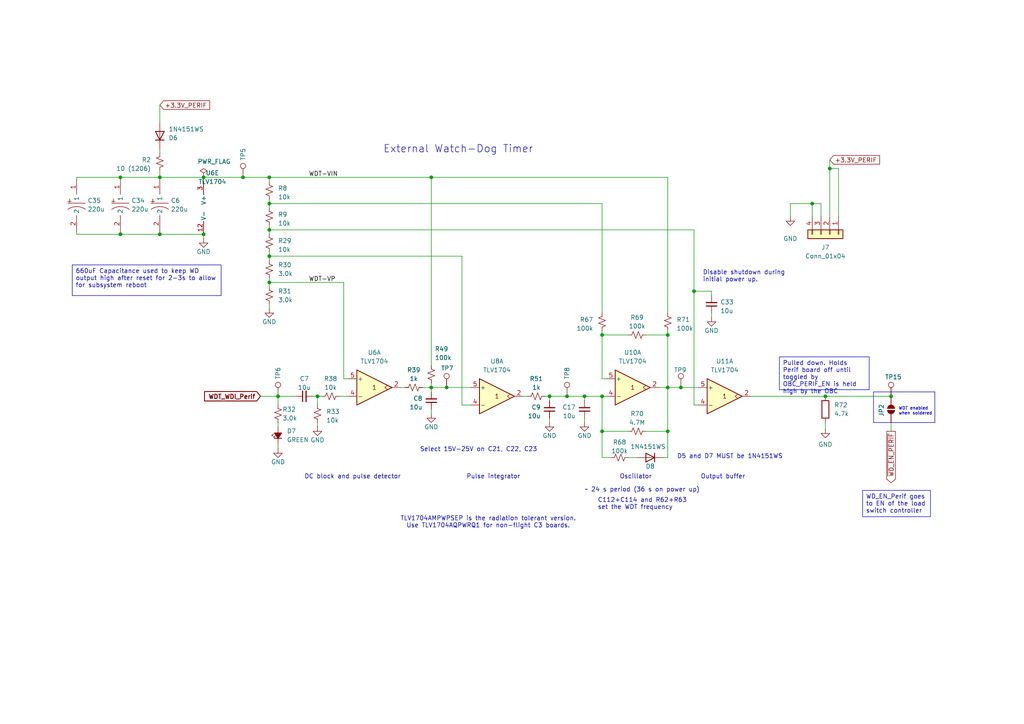
<source format=kicad_sch>
(kicad_sch (version 20250114) (generator "eeschema") (generator_version "9.0")
  (paper "A4")
  (lib_symbols
    (symbol "Connector:TestPoint" (pin_numbers (hide yes)) (pin_names (offset 0.762) (hide yes))
      (property "Reference" "TP" (at 0 6.858 0))
      (property "Value" "TestPoint" (at 0 5.08 0))
      (symbol "TestPoint_0_1"
        (circle (center 0 3.302) (radius 0.762))
      )
      (symbol "TestPoint_1_1"
        (pin passive line (at 0 0 90) (length 2.54) (name "1") (number "1"))
      )
    )
    (symbol "Connector_Generic:Conn_01x04" (pin_names (offset 1.016) (hide yes))
      (property "Reference" "J" (at 0 5.08 0))
      (property "Value" "Conn_01x04" (at 0 -7.62 0))
      (symbol "Conn_01x04_1_1"
        (rectangle (start -1.27 3.81) (end 1.27 -6.35) (stroke (width 0.254)) (fill (type background)))
        (rectangle (start -1.27 2.667) (end 0 2.413) (stroke (width 0.1524)))
        (rectangle (start -1.27 0.127) (end 0 -0.127) (stroke (width 0.1524)))
        (rectangle (start -1.27 -2.413) (end 0 -2.667) (stroke (width 0.1524)))
        (rectangle (start -1.27 -4.953) (end 0 -5.207) (stroke (width 0.1524)))
        (pin passive line (at -5.08 2.54 0) (length 3.81) (name "Pin_1") (number "1"))
        (pin passive line (at -5.08 0 0) (length 3.81) (name "Pin_2") (number "2"))
        (pin passive line (at -5.08 -2.54 0) (length 3.81) (name "Pin_3") (number "3"))
        (pin passive line (at -5.08 -5.08 0) (length 3.81) (name "Pin_4") (number "4"))
      )
    )
    (symbol "Device:C_Small" (pin_numbers (hide yes)) (pin_names (offset 0.254) (hide yes))
      (property "Reference" "C" (at 0.254 1.778 0))
      (property "Value" "C_Small" (at 0.254 -2.032 0))
      (symbol "C_Small_0_1"
        (polyline (pts (xy -1.524 0.508) (xy 1.524 0.508)) (stroke (width 0.3048)))
        (polyline (pts (xy -1.524 -0.508) (xy 1.524 -0.508)) (stroke (width 0.3302)))
      )
      (symbol "C_Small_1_1"
        (pin passive line (at 0 2.54 270) (length 2.032) (name "~") (number "1"))
        (pin passive line (at 0 -2.54 90) (length 2.032) (name "~") (number "2"))
      )
    )
    (symbol "Device:LED_Small_Filled" (pin_numbers (hide yes)) (pin_names (offset 0.254) (hide yes))
      (property "Reference" "D" (at -1.27 3.175 0))
      (property "Value" "LED_Small_Filled" (at -4.445 -2.54 0))
      (symbol "LED_Small_Filled_0_1"
        (polyline (pts (xy -0.762 -1.016) (xy -0.762 1.016)) (stroke (width 0.254)))
        (polyline (pts (xy 0 0.762) (xy -0.508 1.27) (xy -0.254 1.27) (xy -0.508 1.27) (xy -0.508 1.016)))
        (polyline (pts (xy 0.508 1.27) (xy 0 1.778) (xy 0.254 1.778) (xy 0 1.778) (xy 0 1.524)))
        (polyline (pts (xy 0.762 -1.016) (xy -0.762 0) (xy 0.762 1.016) (xy 0.762 -1.016)) (stroke (width 0.254)) (fill (type outline)))
        (polyline (pts (xy 1.016 0) (xy -0.762 0)))
      )
      (symbol "LED_Small_Filled_1_1"
        (pin passive line (at -2.54 0 0) (length 1.778) (name "K") (number "1"))
        (pin passive line (at 2.54 0 180) (length 1.778) (name "A") (number "2"))
      )
    )
    (symbol "Device:R" (pin_numbers (hide yes)) (pin_names (offset 0))
      (property "Reference" "R" (at 2.032 0 90))
      (property "Value" "R" (at 0 0 90))
      (symbol "R_0_1"
        (rectangle (start -1.016 -2.54) (end 1.016 2.54) (stroke (width 0.254)))
      )
      (symbol "R_1_1"
        (pin passive line (at 0 3.81 270) (length 1.27) (name "~") (number "1"))
        (pin passive line (at 0 -3.81 90) (length 1.27) (name "~") (number "2"))
      )
    )
    (symbol "Device:R_Small_US" (pin_numbers (hide yes)) (pin_names (offset 0.254) (hide yes))
      (property "Reference" "R" (at 0.762 0.508 0))
      (property "Value" "R_Small_US" (at 0.762 -1.016 0))
      (symbol "R_Small_US_1_1"
        (polyline (pts (xy 0 1.524) (xy 1.016 1.143) (xy 0 0.762) (xy -1.016 0.381) (xy 0 0)))
        (polyline (pts (xy 0 0) (xy 1.016 -0.381) (xy 0 -0.762) (xy -1.016 -1.143) (xy 0 -1.524)))
        (pin passive line (at 0 2.54 270) (length 1.016) (name "~") (number "1"))
        (pin passive line (at 0 -2.54 90) (length 1.016) (name "~") (number "2"))
      )
    )
    (symbol "EPS:1N4151WS" (pin_numbers (hide yes)) (pin_names (offset 1.016) (hide yes))
      (property "Reference" "D" (at 0 2.54 0))
      (property "Value" "1N4151WS" (at 0 -2.54 0))
      (symbol "1N4151WS_0_1"
        (polyline (pts (xy -1.27 1.27) (xy -1.27 -1.27)) (stroke (width 0.254)))
        (polyline (pts (xy 1.27 1.27) (xy 1.27 -1.27) (xy -1.27 0) (xy 1.27 1.27)) (stroke (width 0.254)))
        (polyline (pts (xy 1.27 0) (xy -1.27 0)))
      )
      (symbol "1N4151WS_1_1"
        (pin passive line (at -3.81 0 0) (length 2.54) (name "K") (number "1"))
        (pin passive line (at 3.81 0 180) (length 2.54) (name "A") (number "2"))
      )
    )
    (symbol "EPS:CA45-D-10V-220μF-K"
      (property "Reference" "C" (at 0 5.08 0))
      (property "Value" "220u" (at 0 -5.08 0))
      (symbol "CA45-D-10V-220μF-K_0_1"
        (arc (start -1.02 2.54) (mid -0.31 0.81) (end -0.25 0))
        (arc (start -0.25 0) (mid -0.27 -0.53) (end -1.02 -2.54))
        (polyline (pts (xy 0.76 2.54) (xy 0.76 -2.54)))
        (rectangle (start 1.02 2.03) (end 2.03 2.03) (fill (type background)))
        (rectangle (start 1.27 2.54) (end 1.27 1.52) (fill (type background)))
        (pin unspecified line (at -7.62 0 0) (length 4.826) (name "2") (number "2"))
        (pin unspecified line (at 7.62 0 180) (length 4.318) (name "1") (number "1"))
      )
    )
    (symbol "EPS:TLV1704AIPWR" (pin_names (offset 0.127))
      (property "Reference" "U13" (at 0 10.16 0))
      (property "Value" "TLV1704" (at 0 7.62 0))
      (symbol "TLV1704AIPWR_1_1"
        (polyline (pts (xy -5.08 5.08) (xy 5.08 0) (xy -5.08 -5.08) (xy -5.08 5.08)) (stroke (width 0.254)) (fill (type background)))
        (polyline (pts (xy 3.048 0) (xy 3.81 -0.635)))
        (polyline (pts (xy 3.81 0.635) (xy 3.048 0)))
        (text "1" (at 0 0 0) (effects (font (size 1.27 1.27))))
        (pin input line (at -7.62 2.54 0) (length 2.54) (name "+") (number "5"))
        (pin input line (at -7.62 -2.54 0) (length 2.54) (name "-") (number "4"))
        (pin open_collector line (at 7.62 0 180) (length 2.54) (name "~") (number "2"))
      )
      (symbol "TLV1704AIPWR_2_1"
        (polyline (pts (xy -5.08 5.08) (xy 5.08 0) (xy -5.08 -5.08) (xy -5.08 5.08)) (stroke (width 0.254)) (fill (type background)))
        (polyline (pts (xy 3.048 0) (xy 3.81 -0.635)))
        (polyline (pts (xy 3.81 0.635) (xy 3.048 0)))
        (text "2" (at 0 0 0) (effects (font (size 1.27 1.27))))
        (pin input line (at -7.62 2.54 0) (length 2.54) (name "+") (number "7"))
        (pin input line (at -7.62 -2.54 0) (length 2.54) (name "-") (number "6"))
        (pin open_collector line (at 7.62 0 180) (length 2.54) (name "~") (number "1"))
      )
      (symbol "TLV1704AIPWR_3_1"
        (polyline (pts (xy -5.08 5.08) (xy 5.08 0) (xy -5.08 -5.08) (xy -5.08 5.08)) (stroke (width 0.254)) (fill (type background)))
        (polyline (pts (xy 3.048 0) (xy 3.81 -0.635)))
        (polyline (pts (xy 3.81 0.635) (xy 3.048 0)))
        (text "3" (at 0 0 0) (effects (font (size 1.27 1.27))))
        (pin input line (at -7.62 2.54 0) (length 2.54) (name "+") (number "9"))
        (pin input line (at -7.62 -2.54 0) (length 2.54) (name "-") (number "8"))
        (pin open_collector line (at 7.62 0 180) (length 2.54) (name "~") (number "14"))
      )
      (symbol "TLV1704AIPWR_4_1"
        (polyline (pts (xy -5.08 5.08) (xy 5.08 0) (xy -5.08 -5.08) (xy -5.08 5.08)) (stroke (width 0.254)) (fill (type background)))
        (polyline (pts (xy 3.048 0) (xy 3.81 -0.635)))
        (polyline (pts (xy 3.81 0.635) (xy 3.048 0)))
        (text "4" (at 0 0 0) (effects (font (size 1.27 1.27))))
        (pin input line (at -7.62 2.54 0) (length 2.54) (name "+") (number "11"))
        (pin input line (at -7.62 -2.54 0) (length 2.54) (name "-") (number "10"))
        (pin open_collector line (at 7.62 0 180) (length 2.54) (name "~") (number "13"))
      )
      (symbol "TLV1704AIPWR_5_1"
        (pin power_in line (at -2.54 7.62 270) (length 3.81) (name "V+") (number "3"))
        (pin power_in line (at -2.54 -7.62 90) (length 3.81) (name "V-") (number "12"))
      )
    )
    (symbol "Jumper:SolderJumper_2_Open" (pin_numbers (hide yes)) (pin_names (offset 0) (hide yes)) (exclude_from_sim yes) (in_bom no)
      (property "Reference" "JP" (at 0 2.032 0))
      (property "Value" "SolderJumper_2_Open" (at 0 -2.54 0))
      (symbol "SolderJumper_2_Open_0_1"
        (polyline (pts (xy -0.254 1.016) (xy -0.254 -1.016)))
        (arc (start -0.254 -1.016) (mid -1.2656 0) (end -0.254 1.016))
        (arc (start -0.254 -1.016) (mid -1.2656 0) (end -0.254 1.016) (fill (type outline)))
        (arc (start 0.254 1.016) (mid 1.2656 0) (end 0.254 -1.016))
        (arc (start 0.254 1.016) (mid 1.2656 0) (end 0.254 -1.016) (fill (type outline)))
        (polyline (pts (xy 0.254 1.016) (xy 0.254 -1.016)))
      )
      (symbol "SolderJumper_2_Open_1_1"
        (pin passive line (at -3.81 0 0) (length 2.54) (name "A") (number "1"))
        (pin passive line (at 3.81 0 180) (length 2.54) (name "B") (number "2"))
      )
    )
    (symbol "power:GND" (power) (pin_numbers (hide yes)) (pin_names (offset 0) (hide yes))
      (property "Value" "GND" (at 0 -3.81 0))
      (symbol "GND_0_1"
        (polyline (pts (xy 0 0) (xy 0 -1.27) (xy 1.27 -1.27) (xy 0 -2.54) (xy -1.27 -1.27) (xy 0 -1.27)))
      )
      (symbol "GND_1_1"
        (pin power_in line (at 0 0 270) (length 0) (name "~") (number "1"))
      )
    )
    (symbol "power:PWR_FLAG" (power) (pin_numbers (hide yes)) (pin_names (offset 0) (hide yes))
      (property "Value" "PWR_FLAG" (at 0 3.81 0))
      (symbol "PWR_FLAG_0_0"
        (pin power_out line (at 0 0 90) (length 0) (name "~") (number "1"))
      )
      (symbol "PWR_FLAG_0_1"
        (polyline (pts (xy 0 0) (xy 0 1.27) (xy -1.016 1.905) (xy 0 2.54) (xy 1.016 1.905) (xy 0 1.27)))
      )
    )
  )
  (text "External Watch-Dog Timer" (at 111.125 44.577 0) (effects (font (size 2.159 2.159)) (justify left bottom)))
  (text "Output buffer" (at 203.2 139.065 0) (effects (font (size 1.27 1.27)) (justify left bottom)))
  (text "TLV1704AMPWPSEP is the radiation tolerant version.\nUse TLV1704AQPWRQ1 for non-flight C3 boards." (at 141.605 151.511 0) (effects (font (size 1.27 1.27))))
  (text "~ 24 s period (36 s on power up)" (at 169.545 142.875 0) (effects (font (size 1.27 1.27)) (justify left bottom)))
  (text "Disable shutdown during\ninitial power up." (at 203.835 81.915 0) (effects (font (size 1.27 1.27)) (justify left bottom)))
  (text "DC block and pulse detector" (at 88.265 139.065 0) (effects (font (size 1.27 1.27)) (justify left bottom)))
  (text "WDT enabled\nwhen soldered" (at 260.604 120.523 0) (effects (font (size 0.889 0.889)) (justify left bottom)))
  (text "D5 and D7 MUST be 1N4151WS" (at 211.709 132.461 0) (effects (font (size 1.27 1.27))))
  (text "Pulse integrator" (at 135.255 139.065 0) (effects (font (size 1.27 1.27)) (justify left bottom)))
  (text "Oscillator" (at 179.705 139.065 0) (effects (font (size 1.27 1.27)) (justify left bottom)))
  (text "C112+C114 and R62+R63 \nset the WDT frequency" (at 173.355 147.955 0) (effects (font (size 1.27 1.27)) (justify left bottom)))
  (text "Select 15V-25V on C21, C22, C23" (at 138.811 130.429 0) (effects (font (size 1.27 1.27))))
  (text_box "WD_EN_Perif goes to EN of the load switch controller" (at 250.19 142.24 0) (size 19.685 7.62) (margins 0.9525 0.9525 0.9525 0.9525) (effects (font (size 1.27 1.27)) (justify left top)))
  (text_box "660uF Capacitance used to keep WD output high after reset for 2-3s to allow for subsystem reboot" (at 20.955 76.835 0) (size 43.18 8.89) (margins 0.9525 0.9525 0.9525 0.9525) (effects (font (size 1.27 1.27)) (justify left top)))
  (text_box "Pulled down. Holds Perif board off until toggled by OBC_PERIF_EN is held high by the OBC" (at 226.06 103.505 0) (size 26.035 9.525) (margins 0.9525 0.9525 0.9525 0.9525) (effects (font (size 1.27 1.27)) (justify left top)))
  (junction (at 78.105 66.675))
  (junction (at 201.295 84.455))
  (junction (at 174.625 114.935))
  (junction (at 240.665 48.895))
  (junction (at 159.385 114.935))
  (junction (at 125.095 112.395))
  (junction (at 125.095 51.435))
  (junction (at 78.105 59.055))
  (junction (at 34.925 51.435))
  (junction (at 78.105 81.915))
  (junction (at 174.625 97.155))
  (junction (at 174.625 125.095))
  (junction (at 59.055 51.435))
  (junction (at 92.075 114.935))
  (junction (at 78.105 74.295))
  (junction (at 193.675 112.395))
  (junction (at 193.675 97.155))
  (junction (at 70.485 51.435))
  (junction (at 239.395 114.935))
  (junction (at 169.545 114.935))
  (junction (at 164.465 114.935))
  (junction (at 197.485 112.395))
  (junction (at 193.675 125.095))
  (junction (at 34.925 67.945))
  (junction (at 235.585 59.055))
  (junction (at 258.445 114.935))
  (junction (at 129.54 112.395))
  (junction (at 46.355 51.435))
  (junction (at 78.105 51.435))
  (junction (at 80.645 114.935))
  (junction (at 59.055 67.945))
  (junction (at 46.355 67.945))
  (wire (pts (xy 125.095 112.395) (xy 125.095 111.125)))
  (wire (pts (xy 34.925 51.435) (xy 46.355 51.435)))
  (wire (pts (xy 243.205 48.895) (xy 243.205 62.865)))
  (wire (pts (xy 98.425 114.935) (xy 100.965 114.935)))
  (wire (pts (xy 78.105 80.645) (xy 78.105 81.915)))
  (wire (pts (xy 193.675 97.155) (xy 193.675 112.395)))
  (wire (pts (xy 92.075 122.555) (xy 92.075 123.825)))
  (wire (pts (xy 159.385 122.555) (xy 159.385 121.285)))
  (wire (pts (xy 182.245 125.095) (xy 174.625 125.095)))
  (wire (pts (xy 229.235 59.055) (xy 229.235 62.865)))
  (wire (pts (xy 34.925 67.945) (xy 46.355 67.945)))
  (wire (pts (xy 125.095 120.015) (xy 125.095 118.745)))
  (wire (pts (xy 59.055 52.705) (xy 59.055 51.435)))
  (wire (pts (xy 133.985 117.475) (xy 136.525 117.475)))
  (polyline (pts (xy 271.145 122.555) (xy 253.365 122.555)))
  (wire (pts (xy 78.105 66.675) (xy 78.105 67.945)))
  (wire (pts (xy 90.805 114.935) (xy 92.075 114.935)))
  (polyline (pts (xy 253.365 113.665) (xy 271.145 113.665)))
  (wire (pts (xy 78.105 52.705) (xy 78.105 51.435)))
  (wire (pts (xy 46.355 30.48) (xy 46.355 35.56)))
  (wire (pts (xy 46.355 43.18) (xy 46.355 44.45)))
  (wire (pts (xy 193.675 125.095) (xy 193.675 112.395)))
  (wire (pts (xy 125.095 112.395) (xy 125.095 113.665)))
  (wire (pts (xy 125.095 112.395) (xy 129.54 112.395)))
  (wire (pts (xy 158.115 114.935) (xy 159.385 114.935)))
  (wire (pts (xy 193.675 95.885) (xy 193.675 97.155)))
  (wire (pts (xy 174.625 114.935) (xy 175.895 114.935)))
  (wire (pts (xy 78.105 74.295) (xy 78.105 75.565)))
  (wire (pts (xy 192.405 132.715) (xy 193.675 132.715)))
  (wire (pts (xy 164.465 114.935) (xy 169.545 114.935)))
  (wire (pts (xy 174.625 97.155) (xy 182.245 97.155)))
  (wire (pts (xy 116.205 112.395) (xy 117.475 112.395)))
  (wire (pts (xy 238.125 59.055) (xy 238.125 62.865)))
  (wire (pts (xy 133.985 74.295) (xy 133.985 117.475)))
  (wire (pts (xy 169.545 114.935) (xy 174.625 114.935)))
  (wire (pts (xy 197.485 112.395) (xy 202.565 112.395)))
  (wire (pts (xy 235.585 59.055) (xy 238.125 59.055)))
  (wire (pts (xy 78.105 66.675) (xy 201.295 66.675)))
  (wire (pts (xy 151.765 114.935) (xy 153.035 114.935)))
  (wire (pts (xy 201.295 84.455) (xy 206.375 84.455)))
  (wire (pts (xy 22.225 67.945) (xy 34.925 67.945)))
  (wire (pts (xy 99.695 109.855) (xy 100.965 109.855)))
  (wire (pts (xy 182.245 132.715) (xy 184.785 132.715)))
  (wire (pts (xy 169.545 122.555) (xy 169.545 121.285)))
  (wire (pts (xy 169.545 116.205) (xy 169.545 114.935)))
  (wire (pts (xy 46.355 51.435) (xy 59.055 51.435)))
  (wire (pts (xy 187.325 97.155) (xy 193.675 97.155)))
  (wire (pts (xy 159.385 114.935) (xy 159.385 116.205)))
  (polyline (pts (xy 253.365 122.555) (xy 253.365 113.665)))
  (wire (pts (xy 78.105 74.295) (xy 133.985 74.295)))
  (wire (pts (xy 46.355 49.53) (xy 46.355 51.435)))
  (wire (pts (xy 80.645 130.175) (xy 80.645 128.905)))
  (wire (pts (xy 125.095 51.435) (xy 78.105 51.435)))
  (wire (pts (xy 239.395 122.555) (xy 239.395 124.46)))
  (wire (pts (xy 46.355 67.945) (xy 59.055 67.945)))
  (wire (pts (xy 206.375 92.075) (xy 206.375 90.805)))
  (wire (pts (xy 129.54 112.395) (xy 136.525 112.395)))
  (wire (pts (xy 193.675 112.395) (xy 197.485 112.395)))
  (wire (pts (xy 78.105 59.055) (xy 78.105 60.325)))
  (wire (pts (xy 80.645 122.555) (xy 80.645 123.825)))
  (wire (pts (xy 125.095 51.435) (xy 125.095 106.045)))
  (wire (pts (xy 59.055 51.435) (xy 70.485 51.435)))
  (wire (pts (xy 235.585 59.055) (xy 229.235 59.055)))
  (wire (pts (xy 201.295 117.475) (xy 202.565 117.475)))
  (wire (pts (xy 240.665 48.895) (xy 243.205 48.895)))
  (wire (pts (xy 191.135 112.395) (xy 193.675 112.395)))
  (wire (pts (xy 122.555 112.395) (xy 125.095 112.395)))
  (wire (pts (xy 99.695 81.915) (xy 99.695 109.855)))
  (wire (pts (xy 78.105 59.055) (xy 174.625 59.055)))
  (wire (pts (xy 174.625 132.715) (xy 177.165 132.715)))
  (wire (pts (xy 201.295 84.455) (xy 201.295 117.475)))
  (wire (pts (xy 239.395 114.935) (xy 258.445 114.935)))
  (wire (pts (xy 206.375 85.725) (xy 206.375 84.455)))
  (wire (pts (xy 46.355 51.435) (xy 46.355 52.07)))
  (wire (pts (xy 174.625 90.805) (xy 174.625 59.055)))
  (wire (pts (xy 92.075 114.935) (xy 93.345 114.935)))
  (wire (pts (xy 59.055 69.215) (xy 59.055 67.945)))
  (wire (pts (xy 46.355 67.31) (xy 46.355 67.945)))
  (wire (pts (xy 240.665 62.865) (xy 240.665 48.895)))
  (wire (pts (xy 174.625 125.095) (xy 174.625 114.935)))
  (wire (pts (xy 78.105 57.785) (xy 78.105 59.055)))
  (wire (pts (xy 193.675 132.715) (xy 193.675 125.095)))
  (wire (pts (xy 78.105 81.915) (xy 78.105 83.185)))
  (wire (pts (xy 193.675 90.805) (xy 193.675 51.435)))
  (wire (pts (xy 34.925 51.435) (xy 34.925 52.07)))
  (wire (pts (xy 78.105 81.915) (xy 99.695 81.915)))
  (wire (pts (xy 92.075 114.935) (xy 92.075 117.475)))
  (wire (pts (xy 22.225 67.31) (xy 22.225 67.945)))
  (wire (pts (xy 174.625 109.855) (xy 174.625 97.155)))
  (wire (pts (xy 80.645 114.935) (xy 85.725 114.935)))
  (wire (pts (xy 70.485 51.435) (xy 78.105 51.435)))
  (wire (pts (xy 175.895 109.855) (xy 174.625 109.855)))
  (wire (pts (xy 22.225 51.435) (xy 22.225 52.07)))
  (wire (pts (xy 78.105 88.265) (xy 78.105 89.535)))
  (wire (pts (xy 75.565 114.935) (xy 80.645 114.935)))
  (wire (pts (xy 78.105 73.025) (xy 78.105 74.295)))
  (wire (pts (xy 80.645 117.475) (xy 80.645 114.935)))
  (wire (pts (xy 201.295 66.675) (xy 201.295 84.455)))
  (wire (pts (xy 125.095 51.435) (xy 193.675 51.435)))
  (wire (pts (xy 217.805 114.935) (xy 239.395 114.935)))
  (wire (pts (xy 159.385 114.935) (xy 164.465 114.935)))
  (wire (pts (xy 187.325 125.095) (xy 193.675 125.095)))
  (wire (pts (xy 235.585 62.865) (xy 235.585 59.055)))
  (wire (pts (xy 174.625 95.885) (xy 174.625 97.155)))
  (wire (pts (xy 258.445 122.555) (xy 258.445 125.095)))
  (polyline (pts (xy 271.145 113.665) (xy 271.145 122.555)))
  (wire (pts (xy 34.925 67.31) (xy 34.925 67.945)))
  (wire (pts (xy 22.225 51.435) (xy 34.925 51.435)))
  (wire (pts (xy 240.665 48.895) (xy 240.665 46.355)))
  (wire (pts (xy 174.625 132.715) (xy 174.625 125.095)))
  (wire (pts (xy 78.105 65.405) (xy 78.105 66.675)))
  (label "WDT-VIN" (at 89.535 51.435 0))
  (label "WDT-VP" (at 89.535 81.915 0))
  (global_label "+3.3V_PERIF" (shape input) (at 46.355 30.48 0) (property "Intersheetrefs" "${INTERSHEET_REFS}" (effects (hide yes))))
  (global_label "WDT_WDI_Perif" (shape input) (at 75.565 114.935 180) (effects (font (thickness 0.254) (bold yes))) (property "Intersheetrefs" "${INTERSHEET_REFS}" (effects (hide yes))))
  (global_label "+3.3V_PERIF" (shape input) (at 240.665 46.355 0) (property "Intersheetrefs" "${INTERSHEET_REFS}" (effects (hide yes))))
  (global_label "~{WD_EN_PERIF}" (shape output) (at 258.445 125.095 270) (property "Intersheetrefs" "${INTERSHEET_REFS}" (effects (hide yes))))
  (symbol (lib_id "EPS:1N4151WS") (at 188.595 132.715 180) (unit 1)
    (property "Reference" "D8" (at 188.595 135.255 0))
    (property "Value" "1N4151WS" (at 187.96 129.54 0))
    (property "Footprint" "easyeda2kicad:SODFL2512X100N" (effects (hide yes)))
    (property "Datasheet" "https://www.vishay.com/docs/85412/1n4151wsg.pdf" (effects (hide yes)))
    (property "Description" "Diode" (effects (hide yes)))
    (property "DPN" "112-1N4151WS-E3-08CT-ND" (effects (hide yes)))
    (property "DST" "Digi-Key" (effects (hide yes)))
    (property "MFR" "Vishay" (effects (hide yes)))
    (property "MPN" "1N4151WS-E3-08" (effects (hide yes)))
    (property "Sim.Device" "D" (effects (hide yes)))
    (property "Sim.Pins" "1=K 2=A" (effects (hide yes)))
  )
  (symbol (lib_id "power:PWR_FLAG") (at 59.055 51.435 0) (unit 1)
    (property "Reference" "#FLG03" (effects (hide yes)))
    (property "Value" "PWR_FLAG" (at 62.103 46.863 0))
    (property "Description" "Special symbol for telling ERC where power comes from" (effects (hide yes)))
  )
  (symbol (lib_id "Device:R_Small_US") (at 155.575 114.935 90) (unit 1)
    (property "Reference" "R51" (at 155.575 109.855 90))
    (property "Value" "1k" (at 155.575 112.395 90))
    (property "Footprint" "Resistor_SMD:R_0603_1608Metric" (effects (hide yes)))
    (property "Description" "Resistor, small US symbol" (effects (hide yes)))
    (property "DPN" "RMCF0603FT1K00CT-ND" (effects (hide yes)))
    (property "DST" "Digi-Key" (effects (hide yes)))
    (property "MFR" "Stackpole Electronics Inc" (effects (hide yes)))
    (property "MPN" "RMCF0603FT1K00" (effects (hide yes)))
    (property "LCSC" "C13163" (effects (hide yes)))
  )
  (symbol (lib_id "power:GND") (at 169.545 122.555 0) (mirror y) (unit 1)
    (property "Reference" "#PWR016" (effects (hide yes)))
    (property "Value" "GND" (at 169.545 126.365 0))
    (property "Description" "Power symbol creates a global label with name \"GND\" , ground" (effects (hide yes)))
  )
  (symbol (lib_id "EPS:CA45-D-10V-220μF-K") (at 46.355 59.69 90) (unit 1)
    (property "Reference" "C6" (at 49.53 58.1659 90) (effects (justify right)))
    (property "Value" "220u" (at 49.53 60.7059 90) (effects (justify right)))
    (property "Footprint" "EPS:CASE-D_7343" (effects (hide yes)))
    (property "Datasheet" "https://lcsc.com/product-detail/Tantalum-Capacitors_220uF-227-10-10V_C171665.html" (effects (hide yes)))
    (property "Description" "CA45-D-10V-220μF-K" (effects (hide yes)))
    (property "LCSC Part" "C171665" (effects (hide yes)))
  )
  (symbol (lib_id "Device:R_Small_US") (at 80.645 120.015 0) (unit 1)
    (property "Reference" "R32" (at 81.915 118.745 0) (effects (justify left)))
    (property "Value" "3.0k" (at 81.915 121.285 0) (effects (justify left)))
    (property "Footprint" "Resistor_SMD:R_0603_1608Metric" (effects (hide yes)))
    (property "Description" "Resistor, small US symbol" (effects (hide yes)))
    (property "DPN" "RMCF0603FT3K00CT-ND" (effects (hide yes)))
    (property "DST" "Digi-Key" (effects (hide yes)))
    (property "MFR" "Stackpole Electronics Inc" (effects (hide yes)))
    (property "MPN" "RMCF0603FT3K00" (effects (hide yes)))
    (property "LCSC" "C4211" (effects (hide yes)))
  )
  (symbol (lib_id "EPS:CA45-D-10V-220μF-K") (at 34.925 59.69 90) (unit 1)
    (property "Reference" "C34" (at 38.1 58.1659 90) (effects (justify right)))
    (property "Value" "220u" (at 38.1 60.7059 90) (effects (justify right)))
    (property "Footprint" "EPS:CASE-D_7343" (effects (hide yes)))
    (property "Datasheet" "https://lcsc.com/product-detail/Tantalum-Capacitors_220uF-227-10-10V_C171665.html" (effects (hide yes)))
    (property "Description" "CA45-D-10V-220μF-K" (effects (hide yes)))
    (property "LCSC Part" "C171665" (effects (hide yes)))
  )
  (symbol (lib_id "Device:R_Small_US") (at 184.785 97.155 90) (unit 1)
    (property "Reference" "R69" (at 184.785 92.075 90))
    (property "Value" "100k" (at 184.785 94.615 90))
    (property "Footprint" "Resistor_SMD:R_0603_1608Metric" (effects (hide yes)))
    (property "Description" "Resistor, small US symbol" (effects (hide yes)))
    (property "DPN" "RMCF0603FT100KCT-ND" (effects (hide yes)))
    (property "DST" "Digi-Key" (effects (hide yes)))
    (property "MFR" "Stackpole Electronics Inc" (effects (hide yes)))
    (property "MPN" "RMCF0603FT100K" (effects (hide yes)))
    (property "LCSC" "C14675" (effects (hide yes)))
  )
  (symbol (lib_id "Connector_Generic:Conn_01x04") (at 240.665 67.945 270) (unit 1)
    (property "Reference" "J7" (at 239.395 71.755 90))
    (property "Value" "Conn_01x04" (at 239.395 74.295 90))
    (property "Footprint" "Connector_PinSocket_2.54mm:PinSocket_1x04_P2.54mm_Vertical" (effects (hide yes)))
    (property "Description" "Generic connector, single row, 01x04, script generated (kicad-library-utils/schlib/autogen/connector/)" (effects (hide yes)))
  )
  (symbol (lib_id "EPS:TLV1704AIPWR") (at 210.185 114.935 0) (unit 1)
    (property "Reference" "U11" (at 210.185 104.775 0))
    (property "Value" "TLV1704" (at 210.185 107.315 0))
    (property "Footprint" "Package_SO:TSSOP-14_4.4x5mm_P0.65mm" (effects (hide yes)))
    (property "Datasheet" "https://www.ti.com/lit/ds/symlink/tlv1704-sep.pdf" (effects (hide yes)))
    (property "Description" "Analog Comparators 2.2-V to 36-V, radiation tolerant microPower quad comparator in space enhanced plastic 14-TSSOP -55 to 125" (effects (hide yes)))
    (property "MFR" "Texas Instruments" (effects (hide yes)))
    (property "MPN" "TLV1704AQPWRQ1" (effects (hide yes)))
    (property "DST" "Digi-Key" (effects (hide yes)))
    (property "DPN" "296-43799-2-ND" (effects (hide yes)))
    (property "LCSC" "C181596" (effects (hide yes)))
  )
  (symbol (lib_id "Device:R_Small_US") (at 120.015 112.395 90) (unit 1)
    (property "Reference" "R39" (at 120.015 107.315 90))
    (property "Value" "1k" (at 120.015 109.855 90))
    (property "Footprint" "Resistor_SMD:R_0603_1608Metric" (effects (hide yes)))
    (property "Description" "Resistor, small US symbol" (effects (hide yes)))
    (property "DPN" "RMCF0603FT1K00CT-ND" (effects (hide yes)))
    (property "DST" "Digi-Key" (effects (hide yes)))
    (property "MFR" "Stackpole Electronics Inc" (effects (hide yes)))
    (property "MPN" "RMCF0603FT1K00" (effects (hide yes)))
    (property "LCSC" "C13163" (effects (hide yes)))
  )
  (symbol (lib_id "Device:C_Small") (at 206.375 88.265 180) (unit 1)
    (property "Reference" "C33" (at 208.915 87.6236 0) (effects (justify right)))
    (property "Value" "10u" (at 208.915 90.1636 0) (effects (justify right)))
    (property "Footprint" "Capacitor_SMD:C_1210_3225Metric" (effects (hide yes)))
    (property "Description" "Unpolarized capacitor, small symbol" (effects (hide yes)))
    (property "DPN" "490-12317-1-ND" (effects (hide yes)))
    (property "DST" "Digi-Key" (effects (hide yes)))
    (property "MFR" "Murata" (effects (hide yes)))
    (property "MPN" "GRT188R61C106KE13D" (effects (hide yes)))
  )
  (symbol (lib_id "Device:C_Small") (at 159.385 118.745 0) (mirror x) (unit 1)
    (property "Reference" "C9" (at 156.845 118.1036 0) (effects (justify right)))
    (property "Value" "10u" (at 156.845 120.6436 0) (effects (justify right)))
    (property "Footprint" "Capacitor_SMD:C_1210_3225Metric" (effects (hide yes)))
    (property "Description" "Unpolarized capacitor, small symbol" (effects (hide yes)))
    (property "DPN" "490-12317-1-ND" (effects (hide yes)))
    (property "DST" "Digi-Key" (effects (hide yes)))
    (property "MFR" "Murata" (effects (hide yes)))
    (property "MPN" "GRT188R61C106KE13D" (effects (hide yes)))
  )
  (symbol (lib_id "Device:R_Small_US") (at 78.105 62.865 0) (unit 1)
    (property "Reference" "R9" (at 80.645 62.23 0) (effects (justify left)))
    (property "Value" "10k" (at 80.645 64.77 0) (effects (justify left)))
    (property "Footprint" "Resistor_SMD:R_0603_1608Metric" (effects (hide yes)))
    (property "Description" "Resistor, small US symbol" (effects (hide yes)))
    (property "DPN" "RMCF0603FT10K0CT-ND" (effects (hide yes)))
    (property "DST" "Digi-Key" (effects (hide yes)))
    (property "MFR" "Stackpole Electronics Inc" (effects (hide yes)))
    (property "MPN" "RMCF0603FT10K0" (effects (hide yes)))
    (property "LCSC" "C13564" (effects (hide yes)))
  )
  (symbol (lib_id "power:GND") (at 125.095 120.015 0) (unit 1)
    (property "Reference" "#PWR014" (effects (hide yes)))
    (property "Value" "GND" (at 125.095 123.825 0))
    (property "Description" "Power symbol creates a global label with name \"GND\" , ground" (effects (hide yes)))
  )
  (symbol (lib_id "Device:C_Small") (at 169.545 118.745 0) (mirror x) (unit 1)
    (property "Reference" "C17" (at 167.005 118.1036 0) (effects (justify right)))
    (property "Value" "10u" (at 167.005 120.6436 0) (effects (justify right)))
    (property "Footprint" "Capacitor_SMD:C_1210_3225Metric" (effects (hide yes)))
    (property "Description" "Unpolarized capacitor, small symbol" (effects (hide yes)))
    (property "DPN" "490-12317-1-ND" (effects (hide yes)))
    (property "DST" "Digi-Key" (effects (hide yes)))
    (property "MFR" "Murata" (effects (hide yes)))
    (property "MPN" "GRT188R61C106KE13D" (effects (hide yes)))
  )
  (symbol (lib_id "Jumper:SolderJumper_2_Open") (at 258.445 118.745 270) (unit 1)
    (property "Reference" "JP2" (at 255.651 118.999 0))
    (property "Value" "SolderJumper_2_Open" (effects (hide yes)))
    (property "Footprint" "Jumper:SolderJumper-2_P1.3mm_Open_RoundedPad1.0x1.5mm" (effects (hide yes)))
    (property "Description" "Solder Jumper, 2-pole, open" (effects (hide yes)))
  )
  (symbol (lib_id "Device:R_Small_US") (at 193.675 93.345 180) (unit 1)
    (property "Reference" "R71" (at 196.215 92.71 0) (effects (justify right)))
    (property "Value" "100k" (at 196.215 95.25 0) (effects (justify right)))
    (property "Footprint" "Resistor_SMD:R_0603_1608Metric" (effects (hide yes)))
    (property "Description" "Resistor, small US symbol" (effects (hide yes)))
    (property "DPN" "RMCF0603FT100KCT-ND" (effects (hide yes)))
    (property "DST" "Digi-Key" (effects (hide yes)))
    (property "MFR" "Stackpole Electronics Inc" (effects (hide yes)))
    (property "MPN" "RMCF0603FT100K" (effects (hide yes)))
    (property "LCSC" "C14675" (effects (hide yes)))
  )
  (symbol (lib_id "Connector:TestPoint") (at 80.645 114.935 0) (unit 1)
    (property "Reference" "TP6" (at 80.645 110.109 90) (effects (justify left)))
    (property "Value" "TestPoint" (effects (hide yes)))
    (property "Footprint" "TestPoint:TestPoint_Pad_1.0x1.0mm" (effects (hide yes)))
    (property "Description" "test point" (effects (hide yes)))
  )
  (symbol (lib_id "power:GND") (at 239.395 124.46 0) (unit 1)
    (property "Reference" "#PWR019" (effects (hide yes)))
    (property "Value" "GND" (at 239.395 128.905 0))
    (property "Description" "Power symbol creates a global label with name \"GND\" , ground" (effects (hide yes)))
  )
  (symbol (lib_id "power:GND") (at 206.375 92.075 0) (mirror y) (unit 1)
    (property "Reference" "#PWR017" (effects (hide yes)))
    (property "Value" "GND" (at 206.375 95.885 0))
    (property "Description" "Power symbol creates a global label with name \"GND\" , ground" (effects (hide yes)))
  )
  (symbol (lib_id "Device:R_Small_US") (at 92.075 120.015 0) (unit 1)
    (property "Reference" "R33" (at 94.615 119.38 0) (effects (justify left)))
    (property "Value" "10k" (at 94.615 121.92 0) (effects (justify left)))
    (property "Footprint" "Resistor_SMD:R_0603_1608Metric" (effects (hide yes)))
    (property "Description" "Resistor, small US symbol" (effects (hide yes)))
    (property "DPN" "RMCF0603FT10K0CT-ND" (effects (hide yes)))
    (property "DST" "Digi-Key" (effects (hide yes)))
    (property "MFR" "Stackpole Electronics Inc" (effects (hide yes)))
    (property "MPN" "RMCF0603FT10K0" (effects (hide yes)))
    (property "LCSC" "C13564" (effects (hide yes)))
  )
  (symbol (lib_id "Device:R") (at 239.395 118.745 0) (unit 1)
    (property "Reference" "R72" (at 241.935 117.4749 0) (effects (justify left)))
    (property "Value" "4.7k" (at 241.935 120.0149 0) (effects (justify left)))
    (property "Description" "Resistor" (effects (hide yes)))
  )
  (symbol (lib_id "EPS:TLV1704AIPWR") (at 144.145 114.935 0) (unit 1)
    (property "Reference" "U8" (at 144.145 104.775 0))
    (property "Value" "TLV1704" (at 144.145 107.315 0))
    (property "Footprint" "Package_SO:TSSOP-14_4.4x5mm_P0.65mm" (effects (hide yes)))
    (property "Datasheet" "https://www.ti.com/lit/ds/symlink/tlv1704-sep.pdf" (effects (hide yes)))
    (property "Description" "Analog Comparators 2.2-V to 36-V, radiation tolerant microPower quad comparator in space enhanced plastic 14-TSSOP -55 to 125" (effects (hide yes)))
    (property "MFR" "Texas Instruments" (effects (hide yes)))
    (property "MPN" "TLV1704AQPWRQ1" (effects (hide yes)))
    (property "DST" "Digi-Key" (effects (hide yes)))
    (property "DPN" "296-43799-2-ND" (effects (hide yes)))
    (property "LCSC" "C181596" (effects (hide yes)))
  )
  (symbol (lib_id "Connector:TestPoint") (at 129.54 112.395 0) (unit 1)
    (property "Reference" "TP7" (at 127.889 106.807 0) (effects (justify left)))
    (property "Value" "TestPoint" (effects (hide yes)))
    (property "Footprint" "TestPoint:TestPoint_Pad_1.0x1.0mm" (effects (hide yes)))
    (property "Description" "test point" (effects (hide yes)))
  )
  (symbol (lib_id "Device:R_Small_US") (at 95.885 114.935 90) (unit 1)
    (property "Reference" "R38" (at 95.885 109.855 90))
    (property "Value" "10k" (at 95.885 112.395 90))
    (property "Footprint" "Resistor_SMD:R_0603_1608Metric" (effects (hide yes)))
    (property "Description" "Resistor, small US symbol" (effects (hide yes)))
    (property "DPN" "RMCF0603FT10K0CT-ND" (effects (hide yes)))
    (property "DST" "Digi-Key" (effects (hide yes)))
    (property "MFR" "Stackpole Electronics Inc" (effects (hide yes)))
    (property "MPN" "RMCF0603FT10K0" (effects (hide yes)))
    (property "LCSC" "C13564" (effects (hide yes)))
  )
  (symbol (lib_id "power:GND") (at 92.075 123.825 0) (unit 1)
    (property "Reference" "#PWR013" (effects (hide yes)))
    (property "Value" "GND" (at 92.075 127.635 0))
    (property "Description" "Power symbol creates a global label with name \"GND\" , ground" (effects (hide yes)))
  )
  (symbol (lib_id "power:GND") (at 78.105 89.535 0) (unit 1)
    (property "Reference" "#PWR011" (effects (hide yes)))
    (property "Value" "GND" (at 78.105 93.345 0))
    (property "Description" "Power symbol creates a global label with name \"GND\" , ground" (effects (hide yes)))
  )
  (symbol (lib_id "power:GND") (at 229.235 62.865 0) (unit 1)
    (property "Reference" "#PWR018" (effects (hide yes)))
    (property "Value" "GND" (at 229.235 69.215 0))
    (property "Description" "Power symbol creates a global label with name \"GND\" , ground" (effects (hide yes)))
  )
  (symbol (lib_id "Connector:TestPoint") (at 258.445 114.935 0) (unit 1)
    (property "Reference" "TP15" (at 256.667 109.347 0) (effects (justify left)))
    (property "Value" "TestPoint" (effects (hide yes)))
    (property "Footprint" "TestPoint:TestPoint_Pad_1.0x1.0mm" (effects (hide yes)))
    (property "Description" "test point" (effects (hide yes)))
  )
  (symbol (lib_id "Device:C_Small") (at 125.095 116.205 0) (mirror x) (unit 1)
    (property "Reference" "C8" (at 122.555 115.5636 0) (effects (justify right)))
    (property "Value" "10u" (at 122.555 118.1036 0) (effects (justify right)))
    (property "Footprint" "Capacitor_SMD:C_1210_3225Metric" (effects (hide yes)))
    (property "Description" "Unpolarized capacitor, small symbol" (effects (hide yes)))
    (property "DPN" "490-12317-1-ND" (effects (hide yes)))
    (property "DST" "Digi-Key" (effects (hide yes)))
    (property "MFR" "Murata" (effects (hide yes)))
    (property "MPN" "GRT188R61C106KE13D" (effects (hide yes)))
  )
  (symbol (lib_id "Device:R_Small_US") (at 78.105 55.245 0) (unit 1)
    (property "Reference" "R8" (at 80.645 54.61 0) (effects (justify left)))
    (property "Value" "10k" (at 80.645 57.15 0) (effects (justify left)))
    (property "Footprint" "Resistor_SMD:R_0603_1608Metric" (effects (hide yes)))
    (property "Description" "Resistor, small US symbol" (effects (hide yes)))
    (property "DPN" "RMCF0603FT10K0CT-ND" (effects (hide yes)))
    (property "DST" "Digi-Key" (effects (hide yes)))
    (property "MFR" "Stackpole Electronics Inc" (effects (hide yes)))
    (property "MPN" "RMCF0603FT10K0" (effects (hide yes)))
    (property "LCSC" "C13564" (effects (hide yes)))
  )
  (symbol (lib_id "Device:R_Small_US") (at 78.105 70.485 0) (unit 1)
    (property "Reference" "R29" (at 80.645 69.85 0) (effects (justify left)))
    (property "Value" "10k" (at 80.645 72.39 0) (effects (justify left)))
    (property "Footprint" "Resistor_SMD:R_0603_1608Metric" (effects (hide yes)))
    (property "Description" "Resistor, small US symbol" (effects (hide yes)))
    (property "DPN" "RMCF0603FT10K0CT-ND" (effects (hide yes)))
    (property "DST" "Digi-Key" (effects (hide yes)))
    (property "MFR" "Stackpole Electronics Inc" (effects (hide yes)))
    (property "MPN" "RMCF0603FT10K0" (effects (hide yes)))
    (property "LCSC" "C13564" (effects (hide yes)))
  )
  (symbol (lib_id "Connector:TestPoint") (at 164.465 114.935 0) (unit 1)
    (property "Reference" "TP8" (at 164.465 110.109 90) (effects (justify left)))
    (property "Value" "TestPoint" (effects (hide yes)))
    (property "Footprint" "TestPoint:TestPoint_Pad_1.0x1.0mm" (effects (hide yes)))
    (property "Description" "test point" (effects (hide yes)))
  )
  (symbol (lib_id "EPS:TLV1704AIPWR") (at 108.585 112.395 0) (unit 1)
    (property "Reference" "U6" (at 108.585 102.235 0))
    (property "Value" "TLV1704" (at 108.585 104.775 0))
    (property "Footprint" "Package_SO:TSSOP-14_4.4x5mm_P0.65mm" (effects (hide yes)))
    (property "Datasheet" "https://www.ti.com/lit/ds/symlink/tlv1704-sep.pdf" (effects (hide yes)))
    (property "Description" "Analog Comparators 2.2-V to 36-V, radiation tolerant microPower quad comparator in space enhanced plastic 14-TSSOP -55 to 125" (effects (hide yes)))
    (property "MFR" "Texas Instruments" (effects (hide yes)))
    (property "MPN" "TLV1704AQPWRQ1" (effects (hide yes)))
    (property "DST" "Digi-Key" (effects (hide yes)))
    (property "DPN" "296-43799-2-ND" (effects (hide yes)))
    (property "LCSC" "C181596" (effects (hide yes)))
  )
  (symbol (lib_id "Device:R_Small_US") (at 78.105 85.725 0) (unit 1)
    (property "Reference" "R31" (at 80.645 84.455 0) (effects (justify left)))
    (property "Value" "3.0k" (at 80.645 86.995 0) (effects (justify left)))
    (property "Footprint" "Resistor_SMD:R_0603_1608Metric" (effects (hide yes)))
    (property "Description" "Resistor, small US symbol" (effects (hide yes)))
    (property "DPN" "RMCF0603FT3K00CT-ND" (effects (hide yes)))
    (property "DST" "Digi-Key" (effects (hide yes)))
    (property "MFR" "Stackpole Electronics Inc" (effects (hide yes)))
    (property "MPN" "RMCF0603FT3K00" (effects (hide yes)))
    (property "LCSC" "C4211" (effects (hide yes)))
  )
  (symbol (lib_id "Device:R_Small_US") (at 125.095 108.585 0) (unit 1)
    (property "Reference" "R49" (at 126.111 101.219 0) (effects (justify left)))
    (property "Value" "100k" (at 126.111 103.759 0) (effects (justify left)))
    (property "Footprint" "Resistor_SMD:R_0603_1608Metric" (effects (hide yes)))
    (property "Description" "Resistor, small US symbol" (effects (hide yes)))
    (property "DPN" "RMCF0603FT100KCT-ND" (effects (hide yes)))
    (property "DST" "Digi-Key" (effects (hide yes)))
    (property "MFR" "Stackpole Electronics Inc" (effects (hide yes)))
    (property "MPN" "RMCF0603FT100K" (effects (hide yes)))
    (property "LCSC" "C14675" (effects (hide yes)))
  )
  (symbol (lib_id "Device:R_Small_US") (at 174.625 93.345 0) (mirror x) (unit 1)
    (property "Reference" "R67" (at 172.085 92.71 0) (effects (justify right)))
    (property "Value" "100k" (at 172.085 95.25 0) (effects (justify right)))
    (property "Footprint" "Resistor_SMD:R_0603_1608Metric" (effects (hide yes)))
    (property "Description" "Resistor, small US symbol" (effects (hide yes)))
    (property "DPN" "RMCF0603FT100KCT-ND" (effects (hide yes)))
    (property "DST" "Digi-Key" (effects (hide yes)))
    (property "MFR" "Stackpole Electronics Inc" (effects (hide yes)))
    (property "MPN" "RMCF0603FT100K" (effects (hide yes)))
    (property "LCSC" "C14675" (effects (hide yes)))
  )
  (symbol (lib_id "Device:R_Small_US") (at 46.355 46.99 0) (mirror y) (unit 1)
    (property "Reference" "R2" (at 43.815 46.355 0) (effects (justify left)))
    (property "Value" "10 (1206)" (at 43.815 48.895 0) (effects (justify left)))
    (property "Footprint" "Resistor_SMD:R_1206_3216Metric" (effects (hide yes)))
    (property "Description" "Resistor, small US symbol" (effects (hide yes)))
    (property "DPN" "RHM10.0AFCT-ND" (effects (hide yes)))
    (property "DST" "Digi-Key" (effects (hide yes)))
    (property "MFR" "Rohm Semiconductor" (effects (hide yes)))
    (property "MPN" "ESR18EZPF10R0" (effects (hide yes)))
    (property "LCSC" "C17903" (effects (hide yes)))
  )
  (symbol (lib_id "Device:R_Small_US") (at 179.705 132.715 270) (unit 1)
    (property "Reference" "R68" (at 179.705 128.27 90))
    (property "Value" "100k" (at 179.705 130.81 90))
    (property "Footprint" "Resistor_SMD:R_0603_1608Metric" (effects (hide yes)))
    (property "Description" "Resistor, small US symbol" (effects (hide yes)))
    (property "DPN" "RMCF0603FT100KCT-ND" (effects (hide yes)))
    (property "DST" "Digi-Key" (effects (hide yes)))
    (property "MFR" "Stackpole Electronics Inc" (effects (hide yes)))
    (property "MPN" "RMCF0603FT100K" (effects (hide yes)))
    (property "LCSC" "C14675" (effects (hide yes)))
  )
  (symbol (lib_id "EPS:TLV1704AIPWR") (at 61.595 60.325 0) (unit 5)
    (property "Reference" "U6" (at 61.595 50.165 0))
    (property "Value" "TLV1704" (at 61.595 52.705 0))
    (property "Footprint" "Package_SO:TSSOP-14_4.4x5mm_P0.65mm" (effects (hide yes)))
    (property "Datasheet" "https://www.ti.com/lit/ds/symlink/tlv1704-sep.pdf" (effects (hide yes)))
    (property "Description" "Analog Comparators 2.2-V to 36-V, radiation tolerant microPower quad comparator in space enhanced plastic 14-TSSOP -55 to 125" (effects (hide yes)))
    (property "MFR" "Texas Instruments" (effects (hide yes)))
    (property "MPN" "TLV1704AQPWRQ1" (effects (hide yes)))
    (property "DST" "Digi-Key" (effects (hide yes)))
    (property "DPN" "296-43799-2-ND" (effects (hide yes)))
    (property "LCSC" "C181596" (effects (hide yes)))
  )
  (symbol (lib_id "Device:R_Small_US") (at 78.105 78.105 0) (unit 1)
    (property "Reference" "R30" (at 80.645 76.835 0) (effects (justify left)))
    (property "Value" "3.0k" (at 80.645 79.375 0) (effects (justify left)))
    (property "Footprint" "Resistor_SMD:R_0603_1608Metric" (effects (hide yes)))
    (property "Description" "Resistor, small US symbol" (effects (hide yes)))
    (property "DPN" "RMCF0603FT3K00CT-ND" (effects (hide yes)))
    (property "DST" "Digi-Key" (effects (hide yes)))
    (property "MFR" "Stackpole Electronics Inc" (effects (hide yes)))
    (property "MPN" "RMCF0603FT3K00" (effects (hide yes)))
    (property "LCSC" "C4211" (effects (hide yes)))
  )
  (symbol (lib_id "power:GND") (at 80.645 130.175 0) (unit 1)
    (property "Reference" "#PWR012" (effects (hide yes)))
    (property "Value" "GND" (at 80.645 133.985 0))
    (property "Description" "Power symbol creates a global label with name \"GND\" , ground" (effects (hide yes)))
  )
  (symbol (lib_id "EPS:TLV1704AIPWR") (at 183.515 112.395 0) (unit 1)
    (property "Reference" "U10" (at 183.515 102.235 0))
    (property "Value" "TLV1704" (at 183.515 104.775 0))
    (property "Footprint" "Package_SO:TSSOP-14_4.4x5mm_P0.65mm" (effects (hide yes)))
    (property "Datasheet" "https://www.ti.com/lit/ds/symlink/tlv1704-sep.pdf" (effects (hide yes)))
    (property "Description" "Analog Comparators 2.2-V to 36-V, radiation tolerant microPower quad comparator in space enhanced plastic 14-TSSOP -55 to 125" (effects (hide yes)))
    (property "MFR" "Texas Instruments" (effects (hide yes)))
    (property "MPN" "TLV1704AQPWRQ1" (effects (hide yes)))
    (property "DST" "Digi-Key" (effects (hide yes)))
    (property "DPN" "296-43799-2-ND" (effects (hide yes)))
    (property "LCSC" "C181596" (effects (hide yes)))
  )
  (symbol (lib_id "Connector:TestPoint") (at 70.485 51.435 0) (unit 1)
    (property "Reference" "TP5" (at 70.485 46.609 90) (effects (justify left)))
    (property "Value" "TestPoint" (effects (hide yes)))
    (property "Footprint" "TestPoint:TestPoint_Pad_1.0x1.0mm" (effects (hide yes)))
    (property "Description" "test point" (effects (hide yes)))
  )
  (symbol (lib_id "EPS:1N4151WS") (at 46.355 39.37 270) (mirror x) (unit 1)
    (property "Reference" "D6" (at 48.895 40.005 90) (effects (justify left)))
    (property "Value" "1N4151WS" (at 48.895 37.465 90) (effects (justify left)))
    (property "Footprint" "easyeda2kicad:SODFL2512X100N" (effects (hide yes)))
    (property "Datasheet" "https://www.vishay.com/docs/85412/1n4151wsg.pdf" (effects (hide yes)))
    (property "Description" "Diode" (effects (hide yes)))
    (property "DPN" "112-1N4151WS-E3-08CT-ND" (effects (hide yes)))
    (property "DST" "Digi-Key" (effects (hide yes)))
    (property "MFR" "Vishay" (effects (hide yes)))
    (property "MPN" "1N4151WS-E3-08" (effects (hide yes)))
    (property "Sim.Device" "D" (effects (hide yes)))
    (property "Sim.Pins" "1=K 2=A" (effects (hide yes)))
  )
  (symbol (lib_id "Device:C_Small") (at 88.265 114.935 90) (unit 1)
    (property "Reference" "C7" (at 88.2713 109.855 90))
    (property "Value" "10u" (at 88.2713 112.395 90))
    (property "Footprint" "Capacitor_SMD:C_1210_3225Metric" (effects (hide yes)))
    (property "Description" "Unpolarized capacitor, small symbol" (effects (hide yes)))
    (property "DPN" "490-12317-1-ND" (effects (hide yes)))
    (property "DST" "Digi-Key" (effects (hide yes)))
    (property "MFR" "Murata" (effects (hide yes)))
    (property "MPN" "GRT188R61C106KE13D" (effects (hide yes)))
  )
  (symbol (lib_id "Device:R_Small_US") (at 184.785 125.095 270) (unit 1)
    (property "Reference" "R70" (at 184.785 120.015 90))
    (property "Value" "4.7M" (at 184.785 122.555 90))
    (property "Footprint" "Resistor_SMD:R_0603_1608Metric" (effects (hide yes)))
    (property "Description" "Resistor, small US symbol" (effects (hide yes)))
    (property "DPN" "RMCF0603FT4M70CT-ND" (effects (hide yes)))
    (property "DST" "Digi-Key" (effects (hide yes)))
    (property "MFR" "Stackpole Electronics Inc" (effects (hide yes)))
    (property "MPN" "RMCF0603FT4M70" (effects (hide yes)))
  )
  (symbol (lib_id "Connector:TestPoint") (at 197.485 112.395 0) (unit 1)
    (property "Reference" "TP9" (at 195.453 107.315 0) (effects (justify left)))
    (property "Value" "TestPoint" (effects (hide yes)))
    (property "Footprint" "TestPoint:TestPoint_Pad_1.0x1.0mm" (effects (hide yes)))
    (property "Description" "test point" (effects (hide yes)))
  )
  (symbol (lib_id "Device:LED_Small_Filled") (at 80.645 126.365 90) (unit 1)
    (property "Reference" "D7" (at 83.185 125.0315 90) (effects (justify right)))
    (property "Value" "GREEN" (at 83.185 127.5715 90) (effects (justify right)))
    (property "Footprint" "LED_SMD:LED_0603_1608Metric" (effects (hide yes)))
    (property "Description" "Light emitting diode, small symbol, filled shape" (effects (hide yes)))
    (property "DPN" "732-4971-1-ND" (effects (hide yes)))
    (property "DST" "Digi-Key" (effects (hide yes)))
    (property "MFR" "Wurth" (effects (hide yes)))
    (property "MPN" "150060GS75000" (effects (hide yes)))
    (property "Sim.Pins" "1=K 2=A" (effects (hide yes)))
  )
  (symbol (lib_id "EPS:CA45-D-10V-220μF-K") (at 22.225 59.69 90) (unit 1)
    (property "Reference" "C35" (at 25.4 58.1659 90) (effects (justify right)))
    (property "Value" "220u" (at 25.4 60.7059 90) (effects (justify right)))
    (property "Footprint" "EPS:CASE-D_7343" (effects (hide yes)))
    (property "Datasheet" "https://lcsc.com/product-detail/Tantalum-Capacitors_220uF-227-10-10V_C171665.html" (effects (hide yes)))
    (property "Description" "CA45-D-10V-220μF-K" (effects (hide yes)))
    (property "LCSC Part" "C171665" (effects (hide yes)))
  )
  (symbol (lib_id "power:GND") (at 59.055 69.215 0) (mirror y) (unit 1)
    (property "Reference" "#PWR010" (effects (hide yes)))
    (property "Value" "GND" (at 59.055 73.025 0))
    (property "Description" "Power symbol creates a global label with name \"GND\" , ground" (effects (hide yes)))
  )
  (symbol (lib_id "power:GND") (at 159.385 122.555 0) (mirror y) (unit 1)
    (property "Reference" "#PWR015" (effects (hide yes)))
    (property "Value" "GND" (at 159.385 126.365 0))
    (property "Description" "Power symbol creates a global label with name \"GND\" , ground" (effects (hide yes)))
  )
)
</source>
